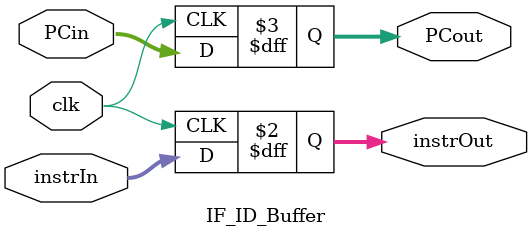
<source format=v>
module IF_ID_Buffer(clk, instrIn, PCin, instrOut, PCout);
    //Declares inputs and outputs
    input clk;
    input [31:0] instrIn;
    input [7:0] PCin;
    output reg [31:0] instrOut;
    output reg [7:0] PCout;
    always@(negedge clk)
    begin
        
        instrOut = instrIn;
        PCout = PCin;
    end
endmodule
</source>
